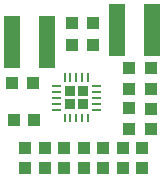
<source format=gtp>
G04 EAGLE Gerber X2 export*
%TF.Part,Single*%
%TF.FileFunction,Paste,Top*%
%TF.FilePolarity,Positive*%
%TF.GenerationSoftware,Autodesk,EAGLE,9.4.0*%
%TF.CreationDate,2019-05-08T17:19:32Z*%
G75*
%MOMM*%
%FSLAX34Y34*%
%LPD*%
%INPaste Top*%
%AMOC8*
5,1,8,0,0,1.08239X$1,22.5*%
G01*
%ADD10R,1.050000X1.080000*%
%ADD11R,1.080000X1.050000*%
%ADD12R,1.435100X4.394200*%
%ADD13R,1.100000X1.000000*%
%ADD14C,0.250000*%
%ADD15R,0.650000X0.250000*%
%ADD16R,0.250000X0.650000*%
%ADD17R,0.820000X0.820000*%


D10*
X104280Y133350D03*
X121780Y133350D03*
X104280Y152400D03*
X121780Y152400D03*
D11*
X152400Y114160D03*
X152400Y96660D03*
X171450Y114160D03*
X171450Y96660D03*
D10*
X72250Y69850D03*
X54750Y69850D03*
X53480Y101600D03*
X70980Y101600D03*
D11*
X152400Y62370D03*
X152400Y79870D03*
D12*
X53785Y135890D03*
X83376Y135890D03*
X142685Y146050D03*
X172276Y146050D03*
D13*
X81280Y46600D03*
X81280Y29600D03*
X64770Y29600D03*
X64770Y46600D03*
X97790Y46600D03*
X97790Y29600D03*
X114300Y46600D03*
X114300Y29600D03*
X130810Y29600D03*
X130810Y46600D03*
X147320Y46600D03*
X147320Y29600D03*
X163830Y29600D03*
X163830Y46600D03*
X171450Y62620D03*
X171450Y79620D03*
D14*
X93700Y98900D03*
X93700Y93900D03*
X93700Y88900D03*
X93700Y83900D03*
X93700Y78900D03*
X97950Y74650D03*
X102950Y74650D03*
X107950Y74650D03*
X112950Y74650D03*
X117950Y74650D03*
X122200Y78900D03*
X122200Y83900D03*
X122200Y88900D03*
X122200Y93900D03*
X122200Y98900D03*
X117950Y103150D03*
X112950Y103150D03*
X107950Y103150D03*
X102950Y103150D03*
X97950Y103150D03*
D15*
X90450Y98900D03*
X90450Y93900D03*
X90450Y88900D03*
X90450Y83900D03*
X90450Y78900D03*
D16*
X97950Y71400D03*
X102950Y71400D03*
X107950Y71400D03*
X112950Y71400D03*
X117950Y71400D03*
D15*
X125450Y78900D03*
X125450Y83900D03*
X125450Y88900D03*
X125450Y93900D03*
X125450Y98900D03*
D16*
X117950Y106400D03*
X112950Y106400D03*
X107950Y106400D03*
X102950Y106400D03*
X97950Y106400D03*
D17*
X102350Y94500D03*
X113550Y83300D03*
X102350Y83300D03*
X113550Y94500D03*
M02*

</source>
